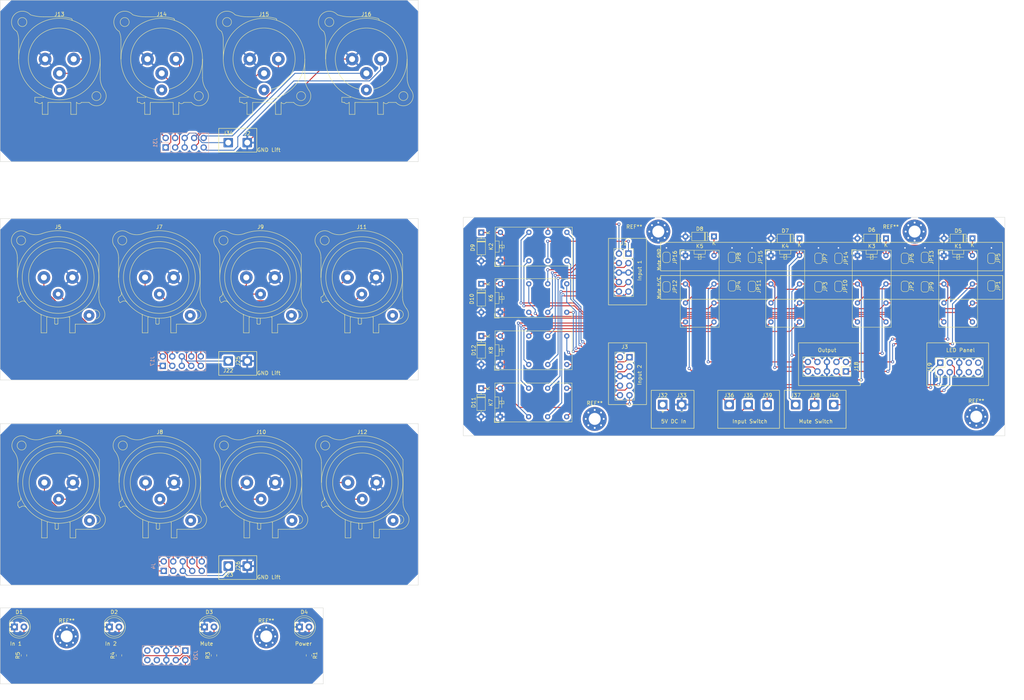
<source format=kicad_pcb>
(kicad_pcb (version 20221018) (generator pcbnew)
  (layers (0 "F.Cu" signal) (31 "B.Cu" signal) (34 "B.Paste" user) (35 "F.Paste" user) (36 "B.SilkS" user "B.Silkscreen") (37 "F.SilkS" user "F.Silkscreen") (38 "B.Mask" user) (39 "F.Mask" user) (44 "Edge.Cuts" user))
  (net 0 "")
  (net 1 "/Buttonpanel/Ground")
  (net 2 "Net-(D1-A)")
  (net 3 "Net-(D2-A)")
  (net 4 "Net-(D3-A)")
  (net 5 "Net-(D4-A)")
  (net 6 "/Mute F/Control")
  (net 7 "GND")
  (net 8 "/Switch F/Control")
  (net 9 "/Switch L/Hot 1 In")
  (net 10 "/Switch L/Cold 1 In")
  (net 11 "/Switch R/Hot 1 In")
  (net 12 "/Switch R/Cold 1 In")
  (net 13 "/Switch S/Hot 1 In")
  (net 14 "/Switch S/Cold 1 In")
  (net 15 "/Switch F/Hot 1 In")
  (net 16 "/Switch F/Cold 1 In")
  (net 17 "/Switch L/Hot 2 In")
  (net 18 "/Switch L/Cold 2 In")
  (net 19 "/Switch R/Hot 2 In")
  (net 20 "/Switch R/Cold 2 In")
  (net 21 "/Switch S/Hot 2 In")
  (net 22 "/Switch S/Cold 2 In")
  (net 23 "/Switch F/Hot 2 In")
  (net 24 "/Switch F/Cold 2 In")
  (net 25 "/XLR Input 2/Channel 1 Hot")
  (net 26 "/XLR Input 2/Channel 1 Cold")
  (net 27 "/XLR Input 2/Channel 2 Hot")
  (net 28 "/XLR Input 2/Channel 2 Cold")
  (net 29 "/XLR Input 2/GND_Lift")
  (net 30 "/XLR Input 2/Channel 3 Hot")
  (net 31 "/XLR Input 2/Channel 3 Cold")
  (net 32 "/XLR Input 2/Channel 4 Hot")
  (net 33 "/XLR Input 2/Channel 4 Cold")
  (net 34 "/XLR Input 1/Channel 1 Hot")
  (net 35 "/XLR Input 1/Channel 1 Cold")
  (net 38 "/XLR Input 1/Channel 2 Hot")
  (net 39 "/XLR Input 1/Channel 2 Cold")
  (net 42 "/XLR Input 1/Channel 3 Hot")
  (net 43 "/XLR Input 1/Channel 3 Cold")
  (net 46 "/XLR Input 1/Channel 4 Hot")
  (net 47 "/XLR Input 1/Channel 4 Cold")
  (net 50 "/XLR Output/Channel 1 Hot")
  (net 51 "/XLR Output/Channel 1 Cold")
  (net 53 "/XLR Output/Channel 2 Hot")
  (net 54 "/XLR Output/Channel 2 Cold")
  (net 56 "/XLR Output/Channel 3 Hot")
  (net 57 "/XLR Output/Channel 3 Cold")
  (net 59 "/XLR Output/Channel 4 Hot")
  (net 60 "/XLR Output/Channel 4 Cold")
  (net 62 "/XLR Input 1/GND_Lift")
  (net 63 "/Mute L/Out 1")
  (net 64 "/Mute L/Out 2")
  (net 65 "/Mute R/Out 1")
  (net 66 "/Mute R/Out 2")
  (net 67 "/Mute S/Out 1")
  (net 68 "/Mute S/Out 2")
  (net 69 "/Mute F/Out 1")
  (net 70 "/Mute F/Out 2")
  (net 71 "Net-(J19-Pin_1)")
  (net 72 "Net-(J19-Pin_3)")
  (net 73 "+5V")
  (net 78 "/Buttonpanel/G1LED")
  (net 79 "/Buttonpanel/G2LED")
  (net 80 "/Buttonpanel/MuteLED")
  (net 81 "/Buttonpanel/5V")
  (net 86 "/XLR Output/GND_Lift")
  (net 87 "Net-(JP1-B)")
  (net 88 "Net-(JP14-A)")
  (net 89 "Net-(JP15-A)")
  (net 90 "Net-(JP16-A)")
  (net 91 "Net-(JP5-B)")
  (net 92 "Net-(JP10-B)")
  (net 93 "Net-(JP11-B)")
  (net 94 "Net-(JP12-B)")
  (net 95 "/Mute L/In 1")
  (net 96 "/Mute L/In 2")
  (net 97 "/Mute R/In 1")
  (net 98 "/Mute R/In 2")
  (net 99 "/Mute S/In 1")
  (net 100 "/Mute S/In 2")
  (net 101 "/Mute F/In 1")
  (net 102 "/Mute F/In 2")
  (net 103 "/XLR Output/Pin1")
  (net 104 "/XLR Input 1/Pin1")
  (net 105 "/XLR Input 2/Pin1")
  (footprint "Resistor_SMD:R_0805_2012Metric" (layer "F.Cu") (at 19.05 187.96 90)
    (fp_text reference "R5")
    (fp_text value "160")
  )
  (footprint "Connector_Audio:Jack_XLR_Neutrik_NC3FAAV2_Vertical" (layer "F.Cu") (at 32.136 141.722)
    (fp_text reference "J6")
    (fp_text value "NC3FAAV2")
  )
  (footprint "Relay_THT:Relay_DPDT_Omron_G5V-2" (layer "F.Cu") (at 146.406 82.418 90)
    (fp_text reference "K2")
    (fp_text value "G5V-2")
  )
  (footprint "Connector_Wire:SolderWire-0.75sqmm_1x01_D1.25mm_OD2.3mm" (layer "F.Cu") (at 235.495 120.867)
    (fp_text reference "J40")
    (fp_text value "Conn_01x01_Socket")
  )
  (footprint "Jumper:SolderJumper-2_P1.3mm_Open_RoundedPad1.0x1.5mm" (layer "F.Cu") (at 231.431 81.751 -90)
    (fp_text reference "JP7")
    (fp_text value "SolderJumper_2_Open")
  )
  (footprint "Connector_Wire:SolderWire-0.75sqmm_1x01_D1.25mm_OD2.3mm" (layer "F.Cu") (at 73.66 109.22 90)
    (fp_text reference "J22")
    (fp_text value "Conn_01x01_Socket")
  )
  (footprint "Jumper:SolderJumper-2_P1.3mm_Open_RoundedPad1.0x1.5mm" (layer "F.Cu") (at 277.659 81.751 -90)
    (fp_text reference "JP5")
    (fp_text value "SolderJumper_2_Open")
  )
  (footprint "Connector_PinSocket_2.54mm:PinSocket_2x05_P2.54mm_Vertical" (layer "F.Cu") (at 180.631 80.481)
    (fp_text reference "J1")
    (fp_text value "Conn_02x05_Counter_Clockwise")
  )
  (footprint "Jumper:SolderJumper-2_P1.3mm_Open_RoundedPad1.0x1.5mm" (layer "F.Cu") (at 254.545 89.259 -90)
    (fp_text reference "JP2")
    (fp_text value "SolderJumper_2_Open")
  )
  (footprint "Relay_THT:Relay_DPDT_Omron_G5V-2" (layer "F.Cu") (at 241.845 80.989)
    (fp_text reference "K3")
    (fp_text value "G5V-2")
  )
  (footprint "LED_THT:LED_D5.0mm" (layer "F.Cu") (at 41.905 180.34)
    (fp_text reference "D2")
    (fp_text value "LED")
  )
  (footprint "Connector_Audio:Jack_XLR_Neutrik_NC3MAAV_Vertical" (layer "F.Cu") (at 79.42 28.448)
    (fp_text reference "J15")
    (fp_text value "NC3MAAH")
  )
  (footprint "Resistor_SMD:R_0805_2012Metric" (layer "F.Cu") (at 44.45 187.96 90)
    (fp_text reference "R4")
    (fp_text value "160")
  )
  (footprint "Jumper:SolderJumper-2_P1.3mm_Open_RoundedPad1.0x1.5mm" (layer "F.Cu") (at 259.879 81.497 90)
    (fp_text reference "JP13")
    (fp_text value "SolderJumper_2_Open")
  )
  (footprint "Connector_Audio:Jack_XLR_Neutrik_NC3FAAV2_Vertical" (layer "F.Cu") (at 86.104 86.868)
    (fp_text reference "J9")
    (fp_text value "NC3FAAV2")
  )
  (footprint "Diode_THT:D_DO-35_SOD27_P7.62mm_Horizontal" (layer "F.Cu") (at 203.491 75.909 180)
    (fp_text reference "D8")
    (fp_text value "1N4148")
  )
  (footprint "Jumper:SolderJumper-2_P1.3mm_Open_RoundedPad1.0x1.5mm" (layer "F.Cu") (at 259.879 89.371 -90)
    (fp_text reference "JP9")
    (fp_text value "SolderJumper_2_Open")
  )
  (footprint "Connector_Wire:SolderWire-0.75sqmm_1x01_D1.25mm_OD2.3mm" (layer "F.Cu") (at 217.715 120.867)
    (fp_text reference "J39")
    (fp_text value "Conn_01x01_Socket")
  )
  (footprint "Connector_Wire:SolderWire-0.75sqmm_1x01_D1.25mm_OD2.3mm" (layer "F.Cu") (at 78.74 50.8)
    (fp_text reference "J2")
    (fp_text value "Conn_01x01_Socket")
  )
  (footprint "MountingHole:MountingHole_3.2mm_M3_Pad_Via" (layer "F.Cu") (at 257.124052 74.5915)
    (fp_text reference "REF**")
    (fp_text value "MountingHole_3.2mm_M3_Pad_Via")
  )
  (footprint "MountingHole:MountingHole_3.2mm_M3_Pad_Via" (layer "F.Cu") (at 171.614052 124.7015)
    (fp_text reference "REF**")
    (fp_text value "MountingHole_3.2mm_M3_Pad_Via")
  )
  (footprint "Relay_THT:Relay_DPDT_Omron_G5V-2" (layer "F.Cu") (at 195.871 80.989)
    (fp_text reference "K5")
    (fp_text value "G5V-2")
  )
  (footprint "LED_THT:LED_D5.0mm" (layer "F.Cu") (at 16.505 180.34)
    (fp_text reference "D1")
    (fp_text value "LED")
  )
  (footprint "Jumper:SolderJumper-2_P1.3mm_Open_RoundedPad1.0x1.5mm" (layer "F.Cu") (at 254.545 81.751 -90)
    (fp_text reference "JP6")
    (fp_text value "SolderJumper_2_Open")
  )
  (footprint "Connector_PinSocket_2.54mm:PinSocket_2x05_P2.54mm_Vertical" (layer "F.Cu") (at 180.905 108.197)
    (fp_text reference "J3")
    (fp_text value "Conn_02x05_Counter_Clockwise")
  )
  (footprint "Connector_Audio:Jack_XLR_Neutrik_NC3FAAV2_Vertical" (layer "F.Cu") (at 59.054 86.868)
    (fp_text reference "J7")
    (fp_text value "NC3FAAV2")
  )
  (footprint "Relay_THT:Relay_DPDT_Omron_G5V-2" (layer "F.Cu") (at 146.3735 96.1815 90)
    (fp_text reference "K6")
    (fp_text value "G5V-2")
  )
  (footprint "Resistor_SMD:R_0805_2012Metric" (layer "F.Cu") (at 69.85 187.96 90)
    (fp_text reference "R3")
    (fp_text value "160")
  )
  (footprint "Connector_Wire:SolderWire-0.75sqmm_1x01_D1.25mm_OD2.3mm" (layer "F.Cu") (at 207.555 120.867)
    (fp_text reference "J36")
    (fp_text value "Conn_01x01_Socket")
  )
  (footprint "Jumper:SolderJumper-2_P1.3mm_Open_RoundedPad1.0x1.5mm" (layer "F.Cu") (at 190.791 89.371 -90)
    (fp_text reference "JP12")
    (fp_text value "SolderJumper_2_Open")
  )
  (footprint "Connector_Audio:Jack_XLR_Neutrik_NC3MAAV_Vertical" (layer "F.Cu") (at 52.07 28.448)
    (fp_text reference "J14")
    (fp_text value "NC3MAAH")
  )
  (footprint "Jumper:SolderJumper-2_P1.3mm_Open_RoundedPad1.0x1.5mm" (layer "F.Cu") (at 213.651 89.259 -90)
    (fp_text reference "JP11")
    (fp_text value "SolderJumper_2_Open")
  )
  (footprint "Connector_Wire:SolderWire-0.75sqmm_1x01_D1.25mm_OD2.3mm" (layer "F.Cu") (at 73.66 164.074 90)
    (fp_text reference "J23")
    (fp_text value "Conn_01x01_Socket")
  )
  (footprint "MountingHole:MountingHole_3.2mm_M3_Pad_Via" (layer "F.Cu") (at 30.48 182.88)
    (fp_text reference "REF**")
    (fp_text value "MountingHole_3.2mm_M3_Pad_Via")
  )
  (footprint "Connector_Audio:Jack_XLR_Neutrik_NC3FAAV2_Vertical" (layer "F.Cu") (at 113.154 86.868)
    (fp_text reference "J11")
    (fp_text value "NC3FAAV2")
  )
  (footprint "Connector_Wire:SolderWire-0.75sqmm_1x01_D1.25mm_OD2.3mm" (layer "F.Cu") (at 225.335 120.867)
    (fp_text reference "J37")
    (fp_text value "Conn_01x01_Socket")
  )
  (footprint "Jumper:SolderJumper-2_P1.3mm_Open_RoundedPad1.0x1.5mm" (layer "F.Cu") (at 190.791 81.497 90)
    (fp_text reference "JP16")
    (fp_text value "SolderJumper_2_Open")
  )
  (footprint "Diode_THT:D_DO-35_SOD27_P7.62mm_Horizontal" (layer "F.Cu") (at 249.465 76.417 180)
    (fp_text reference "D6")
    (fp_text value "1N4148")
  )
  (footprint "Connector_Wire:SolderWire-0.75sqmm_1x01_D1.25mm_OD2.3mm" (layer "F.Cu") (at 230.415 120.867)
    (fp_text reference "J38")
    (fp_text value "Conn_01x01_Socket")
  )
  (footprint "LED_THT:LED_D5.0mm" (layer "F.Cu") (at 92.705 180.34)
    (fp_text reference "D4")
    (fp_text value "LED")
  )
  (footprint "MountingHole:MountingHole_3.2mm_M3_Pad_Via" (layer "F.Cu") (at 83.82 182.88)
    (fp_text reference "REF**")
    (fp_text value "MountingHole_3.2mm_M3_Pad_Via")
  )
  (footprint "Jumper:SolderJumper-2_P1.3mm_Open_RoundedPad1.0x1.5mm" (layer "F.Cu") (at 231.431 89.371 -90)
    (fp_text reference "JP3")
    (fp_text value "SolderJumper_2_Open")
  )
  (footprint "Relay_THT:Relay_DPDT_Omron_G5V-2" (layer "F.Cu") (at 218.731 80.989)
    (fp_text reference "K4")
    (fp_text value "G5V-2")
  )
  (footprint "Connector_Wire:SolderWire-0.75sqmm_1x01_D1.25mm_OD2.3mm" (layer "F.Cu") (at 73.66 50.8)
    (fp_text reference "J34")
    (fp_text value "Conn_01x01_Socket")
  )
  (footprint "Connector_PinSocket_2.54mm:PinSocket_2x05_P2.54mm_Vertical" (layer "F.Cu") (at 263.973 109.671 90)
    (fp_text reference "J19")
    (fp_text value "Conn_02x05_Counter_Clockwise")
  )
  (footprint "Jumper:SolderJumper-2_P1.3mm_Open_RoundedPad1.0x1.5mm" (layer "F.Cu") (at 277.659 89.117 -90)
    (fp_text reference "JP1")
    (fp_text value "SolderJumper_2_Open")
  )
  (footprint "Connector_Audio:Jack_XLR_Neutrik_NC3FAAV2_Vertical" (layer "F.Cu") (at 86.236 141.722)
    (fp_text reference "J10")
    (fp_text value "NC3FAAV2")
  )
  (footprint "Connector_Audio:Jack_XLR_Neutrik_NC3FAAV2_Vertical" (layer "F.Cu") (at 59.186 141.722)
    (fp_text reference "J8")
    (fp_text value "NC3FAAV2")
  )
  (footprint "Jumper:SolderJumper-2_P1.3mm_Open_RoundedPad1.0x1.5mm" (layer "F.Cu") (at 208.317 81.497 -90)
    (fp_text reference "JP8")
    (fp_text value "SolderJumper_2_Open")
  )
  (footprint "Jumper:SolderJumper-2_P1.3mm_Open_RoundedPad1.0x1.5mm" (layer "F.Cu") (at 213.651 81.497 90)
    (fp_text reference "JP15")
    (fp_text value "SolderJumper_2_Open")
  )
  (footprint "Connector_Wire:SolderWire-0.75sqmm_1x01_D1.25mm_OD2.3mm" (layer "F.Cu") (at 212.635 120.867)
    (fp_text reference "J35")
    (fp_text value "Conn_01x01_Socket")
  )
  (footprint "MountingHole:MountingHole_3.2mm_M3_Pad_Via" (layer "F.Cu") (at 273.614052 124.1015)
    (fp_text reference "REF**")
    (fp_text value "MountingHole_3.2mm_M3_Pad_Via")
  )
  (footprint "Diode_THT:D_DO-35_SOD27_P7.62mm_Horizontal" (layer "F.Cu") (at 272.579 76.417 180)
    (fp_text reference "D5")
    (fp_text value "1N4148")
  )
  (footprint "Connector_Wire:SolderWire-0.75sqmm_1x01_D1.25mm_OD2.3mm" (layer "F.Cu") (at 189.775 120.867)
    (fp_text reference "J32")
    (fp_text value "Conn_01x01_Socket")
  )
  (footprint "Diode_THT:D_DO-35_SOD27_P7.62mm_Horizontal" (layer "F.Cu") (at 226.351 76.417 180)
    (fp_text reference "D7")
    (fp_text value "1N4148")
  )
  (footprint "Diode_THT:D_DO-35_SOD27_P7.62mm_Horizontal" (layer "F.Cu") (at 141.2935 74.8455 -90)
    (fp_text reference "D9")
    (fp_text value "1N4148")
  )
  (footprint "Relay_THT:Relay_DPDT_Omron_G5V-2" (layer "F.Cu") (at 264.959 80.989)
    (fp_text reference "K1")
    (fp_text value "G5V-2")
  )
  (footprint "Connector_Audio:Jack_XLR_Neutrik_NC3MAAV_Vertical" (layer "F.Cu") (at 106.77 28.448)
    (fp_text reference "J16")
    (fp_text value "NC3MAAH")
  )
  (footprint "Jumper:SolderJumper-2_P1.3mm_Open_RoundedPad1.0x1.5mm" (layer "F.Cu") (at 208.317 89.117 -90)
    (fp_text reference "JP4")
    (fp_text value "SolderJumper_2_Open")
  )
  (footprint "Jumper:SolderJumper-2_P1.3mm_Open_RoundedPad1.0x1.5mm" (layer "F.Cu") (at 236.765 81.751 90)
    (fp_text reference "JP14")
    (fp_text value "SolderJumper_2_Open")
  )
  (footprint "Diode_THT:D_DO-35_SOD27_P7.62mm_Horizontal" (layer "F.Cu") (at 141.2935 88.5615 -90)
    (fp_text reference "D10")
    (fp_text value "1N4148")
  )
  (footprint "Connector_Audio:Jack_XLR_Neutrik_NC3FAAV2_Vertical" (layer "F.Cu") (at 113.286 141.722)
    (fp_text reference "J12")
    (fp_text value "NC3FAAV2")
  )
  (footprint "Resistor_SMD:R_0805_2012Metric" (layer "F.Cu") (at 95.25 187.96 -90)
    (fp_text reference "R1")
    (fp_text value "160")
  )
  (footprint "Jumper:SolderJumper-2_P1.3mm_Open_RoundedPad1.0x1.5mm" (layer "F.Cu") (at 236.765 89.259 -90)
    (fp_text reference "JP10")
    (fp_text value "SolderJumper_2_Open")
  )
  (footprint "Diode_THT:D_DO-35_SOD27_P7.62mm_Horizontal" (layer "F.Cu") (at 141.2935 102.5315 -90)
    (fp_text reference "D12")
    (fp_text value "1N4148")
  )
  (footprint "LED_THT:LED_D5.0mm" (layer "F.Cu") (at 67.305 180.34)
    (fp_text reference "D3")
    (fp_text value "LED")
  )
  (footprint "Relay_THT:Relay_DPDT_Omron_G5V-2" (layer "F.Cu") (at 146.341 124.1215 90)
    (fp_text reference "K7")
    (fp_text value "G5V-2")
  )
  (footprint "Connector_Audio:Jack_XLR_Neutrik_NC3MAAV_Vertical" (layer "F.Cu") (at 24.72 28.448)
    (fp_text reference "J13")
    (fp_text value "NC3MAAH")
  )
  (footprint "Connector_Wire:SolderWire-0.75sqmm_1x01_D1.25mm_OD2.3mm" (layer "F.Cu") (at 194.855 120.867)
    (fp_text reference "J33")
    (fp_text value "Conn_01x01_Socket")
  )
  (footprint "Connector_PinSocket_2.54mm:PinSocket_2x05_P2.54mm_Vertical" (layer "F.Cu") (at 238.767 111.997 -90)
    (fp_text reference "J18")
    (fp_text value "Conn_02x05_Counter_Clockwise")
  )
  (footprint "Connector_Wire:SolderWire-0.75sqmm_1x01_D1.25mm_OD2.3mm" (layer "F.Cu") (at 78.74 109.22 90)
    (fp_text reference "J25")
    (fp_text value "Conn_01x01_Socket")
  )
  (footprint "MountingHole:MountingHole_3.2mm_M3_Pad_Via" (layer "F.Cu") (at 188.614052 74.5915)
    (fp_text reference "REF**")
    (fp_text value "MountingHole_3.2mm_M3_Pad_Via")
  )
  (footprint "Diode_THT:D_DO-35_SOD27_P7.62mm_Horizontal" (layer "F.Cu") (at 141.261 116.5015 -90)
    (fp_text reference "D11")
    (fp_text value "1N4148")
  )
  (footprint "Connector_Wire:SolderWire-0.75sqmm_1x01_D1.25mm_OD2.3mm" (layer "F.Cu") (at 78.74 164.074 90)
    (fp_text reference "J26")
    (fp_text value "Conn_01x01_Socket")
  )
  (footprint "Relay_THT:Relay_DPDT_Omron_G5V-2" (layer "F.Cu") (at 146.3735 110.1515 90)
    (fp_text reference "K8")
    (fp_text value "G5V-2")
  )
  (footprint "Connector_Audio:Jack_XLR_Neutrik_NC3FAAV2_Vertical" (layer "F.Cu") (at 32.004 86.868)
    (fp_text reference "J5")
    (fp_text value "NC3FAAV2")
  )
  (footprint "Connector_PinSocket_2.54mm:PinSocket_2x05_P2.54mm_Vertical" (layer "B.Cu") (at 62.2 186.67 90)
    (fp_text reference "J20")
    (fp_text value "Conn_02x05_Counter_Clockwise")
  )
  (footprint "Connector_PinSocket_2.54mm:PinSocket_2x05_P2.54mm_Vertical" (layer "B.Cu") (at 56.926 52.09 -90)
    (fp_text reference "J31")
    (fp_text value "Conn_02x05_Counter_Clockwise")
  )
  (footprint "Connector_PinSocket_2.54mm:PinSocket_2x05_P2.54mm_Vertical" (layer "B.Cu") (at 56.164 110.51 -90)
    (fp_text reference "J17")
    (fp_text value "Conn_02x05_Counter_Clockwise")
  )
  (footprint "Connector_PinSocket_2.54mm:PinSocket_2x05_P2.54mm_Vertical" (layer "B.Cu") (at 56.418 165.364 -90)
    (fp_text reference "J4")
    (fp_text value "Conn_02x05_Counter_Clockwise")
  )
  (gr_rect (start 71.12 161.29) (end 81.28 167.64) (stroke (width 0.15)) (fill none) (layer "F.SilkS"))
  (gr_rect (start 189.23 86.36) (end 280.67 92.71) (stroke (width 0.15)) (fill none) (layer "F.SilkS"))
  (gr_rect (start 198.157 117.057) (end 186.727 127.217) (stroke (width 0.15)) (fill none) (layer "F.SilkS"))
  (gr_rect (start 238.797 117.057) (end 222.287 127.217) (stroke (width 0.15)) (fill none) (layer "F.SilkS"))
  (gr_rect (start 71.12 46.99) (end 81.28 53.34) (stroke (width 0.15)) (fill none) (layer "F.SilkS"))
  (gr_rect (start 189.23 77.47) (end 280.67 85.09) (stroke (width 0.15)) (fill none) (layer "F.SilkS"))
  (gr_rect (start 185.457 76.417) (end 175.297 94.197) (stroke (width 0.15)) (fill none) (layer "F.SilkS"))
  (gr_rect (start 71.12 106.68) (end 81.28 113.03) (stroke (width 0.15)) (fill none) (layer "F.SilkS"))
  (gr_rect (start 276.897 104.357) (end 260.387 115.787) (stroke (width 0.15)) (fill none) (layer "F.SilkS"))
  (gr_rect (start 221.017 117.057) (end 204.507 127.217) (stroke (width 0.15)) (fill none) (layer "F.SilkS"))
  (gr_rect (start 242.607 104.357) (end 226.097 115.787) (stroke (width 0.15)) (fill none) (layer "F.SilkS"))
  (gr_rect (start 185.457 104.357) (end 175.297 120.867) (stroke (width 0.15)) (fill none) (layer "F.SilkS"))
  (gr_rect (start 12.7 125.974) (end 124.46 169.154) (stroke (width 0.1)) (fill none) (layer "Edge.Cuts"))
  (gr_rect (start 12.7 12.7) (end 124.46 55.88) (stroke (width 0.1)) (fill none) (layer "Edge.Cuts"))
  (gr_rect (start 12.7 175.26) (end 99.06 195.58) (stroke (width 0.1)) (fill none) (layer "Edge.Cuts"))
  (gr_rect (start 12.7 71.12) (end 124.46 114.3) (stroke (width 0.1)) (fill none) (layer "Edge.Cuts"))
  (gr_rect (start 281.254052 70.7815) (end 136.474052 129.2015) (stroke (width 0.1)) (fill none) (layer "Edge.Cuts"))
  (gr_text "In 2" (at 40.64 185.42) (layer "F.SilkS") (effects (font (size 1 1)) (justify left bottom)))
  (gr_text "Mute GND" (at 189.23 85.09 90) (layer "F.SilkS") (effects (font (size 0.8 0.8)) (justify left bottom)))
  (gr_text "Mute H/C" (at 189.23 92.71 90) (layer "F.SilkS") (effects (font (size 0.8 0.8)) (justify left bottom)))
  (gr_text "Input 2" (at 184.187 115.787 90) (layer "F.SilkS") (effects (font (size 1 1)) (justify left bottom)))
  (gr_text "LED Panel" (at 265.467 106.897) (layer "F.SilkS") (effects (font (size 1 1)) (justify left bottom)))
  (gr_text "Mute" (at 66.04 185.42) (layer "F.SilkS") (effects (font (size 1 1)) (justify left bottom)))
  (gr_text "Output" (at 231.177 106.897) (layer "F.SilkS") (effects (font (size 1 1)) (justify left bottom)))
  (gr_text "Input 1" (at 184.187 87.847 90) (layer "F.SilkS") (effects (font (size 1 1)) (justify left bottom)))
  (gr_text "-" (at 194.31 123.19) (layer "F.SilkS") (effects (font (size 0.8 0.8)) (justify left bottom)))
  (gr_text "GND Lift" (at 81.28 53.34) (layer "F.SilkS") (effects (font (size 1 1)) (justify left bottom)))
  (gr_text "Mute Switch" (at 226.097 125.947) (layer "F.SilkS") (effects (font (size 1 1)) (justify left bottom)))
  (gr_text "Input Switch" (at 208.317 125.947) (layer "F.SilkS") (effects (font (size 1 1)) (justify left bottom)))
  (gr_text "+" (at 189.23 123.19) (layer "F.SilkS") (effects (font (size 0.8 0.8)) (justify left bottom)))
  (gr_text "In 1" (at 15.24 185.42) (layer "F.SilkS") (effects (font (size 1 1)) (justify left bottom)))
  (gr_text "Power" (at 91.44 185.42) (layer "F.SilkS") (effects (font (size 1 1)) (justify left bottom)))
  (gr_text "GND Lift" (at 81.28 167.64) (layer "F.SilkS") (effects (font (size 1 1)) (justify left bottom)))
  (gr_text "GND Lift" (at 81.28 113.03) (layer "F.SilkS") (effects (font (size 1 1)) (justify left bottom)))
  (gr_text "5V DC In" (at 189.267 125.947) (layer "F.SilkS") (effects (font (size 1 1)) (justify left bottom)))
  (segment (start 19.05 187.0475) (end 19.045 187.0425) (width 0.25) (layer "F.Cu") (net 2))
  (segment (start 19.045 187.0425) (end 19.045 180.34) (width 0.25) (layer "F.Cu") (net 2))
  (segment (start 44.445 187.0425) (end 44.445 180.34) (width 0.25) (layer "F.Cu") (net 3))
  (segment (start 44.45 187.0475) (end 44.445 187.0425) (width 0.25) (layer "F.Cu") (net 3))
  (segment (start 69.845 187.0425) (end 69.85 187.0475) (width 0.25) (layer "F.Cu") (net 4))
  (segment (start 69.845 180.34) (end 69.845 187.0425) (width 0.25) (layer "F.Cu") (net 4))
  (segment (start 95.245 187.0425) (end 95.245 180.34) (width 0.25) (layer "F.Cu") (net 5))
  (segment (start 95.25 187.0475) (end 95.245 187.0425) (width 0.25) (layer "F.Cu") (net 5))
  (segment (start 229.108 78.232) (end 246.708 78.232) (width 0.25) (layer "F.Cu") (net 6))
  (segment (start 226.351 80.989) (end 229.108 78.232) (width 0.25) (layer "F.Cu") (net 6))
  (segment (start 272.579 76.417) (end 272.579 80.989) (width 0.25) (layer "F.Cu") (net 6))
  (segment (start 226.351 76.417) (end 226.351 80.989) (width 0.25) (layer "F.Cu") (net 6))
  (segment (start 252.222 78.232) (end 269.822 78.232) (width 0.25) (layer "F.Cu") (net 6))
  (segment (start 203.491 80.989) (end 206.248 78.232) (width 0.25) (layer "F.Cu") (net 6))
  (segment (start 203.491 75.909) (end 203.491 80.989) (width 0.25) (layer "F.Cu") (net 6))
  (segment (start 223.594 78.232) (end 226.351 80.989) (width 0.25) (layer "F.Cu") (net 6))
  (segment (start 249.465 80.989) (end 252.222 78.232) (width 0.25) (layer "F.Cu") (net 6))
  (segment (start 249.465 76.417) (end 249.465 80.989) (width 0.25) (layer "F.Cu") (net 6))
  (segment (start 206.248 78.232) (end 223.594 78.232) (width 0.25) (layer "F.Cu") (net 6))
  (segment (start 246.708 78.232) (end 249.465 80.989) (width 0.25) (layer "F.Cu") (net 6))
  (segment (start 269.822 78.232) (end 272.579 80.989) (width 0.25) (layer "F.Cu") (net 6))
  (segment (start 226.351 80.989) (end 223.594 83.746) (width 0.25) (layer "B.Cu") (net 6))
  (segment (start 223.594 119.126) (end 225.335 120.867) (width 0.25) (layer "B.Cu") (net 6))
  (segment (start 223.594 83.746) (end 223.594 119.126) (width 0.25) (layer "B.Cu") (net 6))
  (segment (start 231.431 81.101) (end 231.431 78.957) (width 0.25) (layer "F.Cu") (net 7))
  (segment (start 213.651 80.847) (end 213.651 78.957) (width 0.25) (layer "F.Cu") (net 7))
  (segment (start 277.659 81.101) (end 277.659 78.957) (width 0.25) (layer "F.Cu") (net 7))
  (segment (start 190.791 80.847) (end 190.791 78.957) (width 0.25) (layer "F.Cu") (net 7))
  (segment (start 236.765 81.101) (end 236.765 78.957) (width 0.25) (layer "F.Cu") (net 7))
  (segment (start 254.545 81.101) (end 254.545 78.957) (width 0.25) (layer "F.Cu") (net 7))
  (segment (start 259.879 80.847) (end 259.879 78.957) (width 0.25) (layer "F.Cu") (net 7))
  (segment (start 208.317 80.847) (end 208.317 78.957) (width 0.25) (layer "F.Cu") (net 7))
  (via (at 254.545 78.957) (size 0.8) (drill 0.4) (layers "F.Cu" "B.Cu") (net 7))
  (via (at 208.317 78.957) (size 0.8) (drill 0.4) (layers "F.Cu" "B.Cu") (net 7))
  (via (at 190.791 78.957) (size 0.8) (drill 0.4) (layers "F.Cu" "B.Cu") (net 7))
  (via (at 231.431 78.957) (size 0.8) (drill 0.4) (layers "F.Cu" "B.Cu") (net 7))
  (via (at 277.659 78.957) (size 0.8) (drill 0.4) (layers "F.Cu" "B.Cu") (net 7))
  (via (at 213.651 78.957) (size 0.8) (drill 0.4) (layers "F.Cu" "B.Cu") (net 7))
  (via (at 236.765 78.957) (size 0.8) (drill 0.4) (layers "F.Cu" "B.Cu") (net 7))
  (via (at 259.879 78.957) (size 0.8) (drill 0.4) (layers "F.Cu" "B.Cu") (net 7))
  (segment (start 146.341 116.5015) (end 151.4685 121.629) (width 0.25) (layer "F.Cu") (net 8))
  (segment (start 147.3985 101.5065) (end 146.3735 102.5315) (width 0.25) (layer "F.Cu") (net 8))
  (segment (start 204.761 118.073) (end 207.555 120.867) (width 0.25) (layer "F.Cu") (net 8))
  (segment (start 212.889 115.533) (end 263.435 115.533) (width 0.25) (layer "F.Cu") (net 8))
  (segment (start 207.555 120.867) (end 212.889 115.533) (width 0.25) (layer "F.Cu") (net 8))
  (segment (start 147.431 75.823) (end 147.431 87.504) (width 0.25) (layer "F.Cu") (net 8))
  (segment (start 185.8605 119.7015) (end 187.489 118.073) (width 0.25) (layer "F.Cu") (net 8))
  (segment (start 146.406 74.798) (end 147.431 75.823) (width 0.25) (layer "F.Cu") (net 8))
  (segment (start 141.2935 74.8455) (end 146.3585 74.8455) (width 0.25) (layer "F.Cu") (net 8))
  (segment (start 141.261 116.5015) (end 146.341 116.5015) (width 0.25) (layer "F.Cu") (net 8))
  (segment (start 187.489 118.073) (end 204.761 118.073) (width 0.25) (layer "F.Cu") (net 8))
  (segment (start 141.2935 88.5615) (end 146.3735 88.5615) (width 0.25) (layer "F.Cu") (net 8))
  (segment (start 147.3985 103.5565) (end 147.3985 115.444) (width 0.25) (layer "F.Cu") (net 8))
  (segment (start 151.4685 121.629) (end 165.686552 121.629) (width 0.25) (layer "F.Cu") (net 8))
  (segment (start 165.686552 121.629) (end 167.614052 119.7015) (width 0.25) (layer "F.Cu") (net 8))
  (segment (start 147.3985 89.5865) (end 147.3985 101.5065) (width 0.25) (layer "F.Cu") (net 8))
  (segment (start 146.3735 102.5315) (end 147.3985 103.5565) (width 0.25) (layer "F.Cu") (net 8))
  (segment (start 146.3585 74.8455) (end 146.406 74.798) (width 0.25) (layer "F.Cu") (net 8))
  (segment (start 167.614052 119.7015) (end 185.8605 119.7015) (width 0.25) (layer "F.Cu") (net 8))
  (segment (start 141.2935 102.5315) (end 146.3735 102.5315) (width 0.25) (layer "F.Cu") (net 8))
  (segment (start 147.431 87.504) (end 146.3735 88.5615) (width 0.25) (layer "F.Cu") (net 8))
  (segment (start 146.3735 88.5615) (end 147.3985 89.5865) (width 0.25) (layer "F.Cu") (net 8))
  (segment (start 147.3985 115.444) (end 146.341 116.5015) (width 0.25) (layer "F.Cu") (net 8))
  (via (at 263.435 115.533) (size 0.8) (drill 0.4) (layers "F.Cu" "B.Cu") (net 8))
  (segment (start 263.435 115.533) (end 263.973 114.995) (width 0.25) (layer "B.Cu") (net 8))
  (segment (start 263.973 114.995) (end 263.973 112.211) (width 0.25) (layer "B.Cu") (net 8))
  (segment (start 159.041 77.179) (end 180.631 77.179) (width 0.25) (layer "F.Cu") (net 9))
  (via (at 159.041 77.179) (size 0.8) (drill 0.4) (layers "F.Cu" "B.Cu") (net 9))
  (via (at 180.631 77.179) (size 0.8) (drill 0.4) (layers "F.Cu" "B.Cu") (net 9))
  (segment (start 180.631 77.179) (end 180.631 80.481) (width 0.25) (layer "B.Cu") (net 9))
  (segment (start 159.106 82.418) (end 159.106 77.244) (width 0.25) (layer "B.Cu") (net 9))
  (segment (start 159.106 77.244) (end 159.041 77.179) (width 0.25) (layer "B.Cu") (net 9))
  (segment (start 159.106 73.304) (end 159.106 74.798) (width 0.25) (layer "F.Cu") (net 10))
  (segment (start 159.803 72.607) (end 159.106 73.304) (width 0.25) (layer "F.Cu") (net 10))
  (segment (start 178.091 72.607) (end 159.803 72.607) (width 0.25) (layer "F.Cu") (net 10))
  (via (at 178.091 72.607) (size 0.8) (drill 0.4) (layers "F.Cu" "B.Cu") (net 10))
  (segment (start 178.091 72.607) (end 178.091 80.481) (width 0.25) (layer "B.Cu") (net 10))
  (segment (start 166.788 84.164) (end 166.82 84.196) (width 0.25) (layer "F.Cu") (net 11))
  (segment (start 165.391 85.561) (end 166.788 84.164) (width 0.25) (layer "F.Cu") (net 11))
  (segment (start 160.311 85.616245) (end 160.366245 85.561) (width 0.25) (layer "F.Cu") (net 11))
  (segment (start 179.456 84.196) (end 180.631 83.021) (width 0.25) (layer "F.Cu") (net 11))
  (segment (start 166.82 84.196) (end 179.456 84.196) (width 0.25) (layer "F.Cu") (net 11))
  (segment (start 160.366245 85.561) (end 165.391 85.561) (width 0.25) (layer "F.Cu") (net 11))
  (via (at 160.311 85.616245) (size 0.8) (drill 0.4) (layers "F.Cu" "B.Cu") (net 11))
  (segment (start 160.311 94.944) (end 159.0735 96.1815) (width 0.25) (layer "B.Cu") (net 11))
  (segment (start 160.311 85.616245) (end 160.311 94.944) (width 0.25) (layer "B.Cu") (net 11))
  (segment (start 159.0735 84.8315) (end 159.106 84.799) (width 0.25) (layer "F.Cu") (net 12))
  (segment (start 159.106 84.799) (end 165.137 84.799) (width 0.25) (layer "F.Cu") (net 12))
  (segment (start 165.137 84.799) (end 166.915 83.021) (width 0.25) (layer "F.Cu") (net 12))
  (segment (start 166.915 83.021) (end 178.091 83.021) (width 0.25) (layer "F.Cu") (net 12))
  (via (at 159.0735 84.8315) (size 0.8) (drill 0.4) (layers "F.Cu" "B.Cu") (net 12))
  (segment (start 159.0735 84.8315) (end 159.0735 88.5615) (width 0.25) (layer "B.Cu") (net 12))
  (segment (start 177.604299 89.276) (end 179.456 89.276) (width 0.25) (layer "F.Cu") (net 13))
  (segment (start 179.456 89.276) (end 180.631 88.101) (width 0.25) (layer "F.Cu") (net 13))
  (segment (start 175.375799 87.0475) (end 177.604299 89.276) (width 0.25) (layer "F.Cu") (net 13))
  (segment (start 161.835 87.085) (end 161.8725 87.0475) (width 0.25) (layer "F.Cu") (net 13))
  (segment (start 161.8725 87.0475) (end 175.375799 87.0475) (width 0.25) (layer "F.Cu") (net 13))
  (via (at 161.835 87.085) (size 0.8) (drill 0.4) (layers "F.Cu" "B.Cu") (net 13))
  (segment (start 161.835 87.085) (end 161.835 107.39) (width 0.25) (layer "B.Cu") (net 13))
  (segment (start 161.835 107.39) (end 159.0735 110.1515) (width 0.25) (layer "B.Cu") (net 13))
  (segment (start 176.313 86.323) (end 178.091 88.101) (width 0.25) (layer "F.Cu") (net 14))
  (segment (start 161.073 86.323) (end 176.313 86.323) (width 0.25) (layer "F.Cu") (net 14))
  (via (at 161.073 86.323) (size 0.8) (drill 0.4) (layers "F.Cu" "B.Cu") (net 14))
  (segment (start 161.073 86.323) (end 161.073 100.532) (width 0.25) (layer "B.Cu") (net 14))
  (segment (start 161.073 100.532) (end 159.0735 102.5315) (width 0.25) (layer "B.Cu") (net 14))
  (segment (start 163.151424 91.472636) (end 163.494788 91.816) (width 0.25) (layer "F.Cu") (net 15))
  (segment (start 163.494788 91.816) (end 179.456 91.816) (width 0.25) (layer "F.Cu") (net 15))
  (segment (start 179.456 91.816) (end 180.631 90.641) (width 0.25) (layer "F.Cu") (net 15))
  (via (at 163.151424 91.472636) (size 0.8) (drill 0.4) (layers "F.Cu" "B.Cu") (net 15))
  (segment (start 162.793 91.83106) (end 163.151424 91.472636) (width 0.25) (layer "B.Cu") (net 15))
  (segment (start 162.793 120.3695) (end 162.793 91.83106) (width 0.25) (layer "B.Cu") (net 15))
  (segment (start 159.041 124.1215) (end 162.793 120.3695) (width 0.25) (layer "B.Cu") (net 15))
  (segment (start 162.597 90.641) (end 178.091 90.641) (width 0.25) (layer "F.Cu") (net 16))
  (via (at 162.597 90.641) (size 0.8) (drill 0.4) (layers "F.Cu" "B.Cu") (net 16))
  (segment (start 162.597 90.641) (end 162.343 90.895) (width 0.25) (layer "B.Cu") (net 16))
  (segment (start 162.343 90.895) (end 162.343 113.1995) (width 0.25) (layer "B.Cu") (net 16))
  (segment (start 162.343 113.1995) (end 159.041 116.5015) (width 0.25) (layer "B.Cu") (net 16))
  (segment (start 179.665 109.437) (end 180.905 108.197) (width 0.25) (layer "F.Cu") (net 17))
  (segment (start 167.677 104.865) (end 172.184 109.372) (width 0.25) (layer "F.Cu") (net 17))
  (segment (start 175.232 109.372) (end 175.297 109.437) (width 0.25) (layer "F.Cu") (net 17))
  (segment (start 172.184 109.372) (end 175.232 109.372) (width 0.25) (layer "F.Cu") (net 17))
  (segment (start 175.297 109.437) (end 179.665 109.437) (width 0.25) (layer "F.Cu") (net 17))
  (via (at 167.677 104.865) (size 0.8) (drill 0.4) (layers "F.Cu" "B.Cu") (net 17))
  (segment (start 167.423 94.876) (end 167.423 104.611) (width 0.25) (layer "B.Cu") (net 17))
  (segment (start 165.1785 83.4105) (end 165.1785 92.6315) (width 0.25) (layer "B.Cu") (net 17))
  (segment (start 164.186 82.418) (end 165.1785 83.4105) (width 0.25) (layer "B.Cu") (net 17))
  (segment (start 167.423 104.611) (end 167.677 104.865) (width 0.25) (layer "B.Cu") (net 17))
  (segment (start 165.1785 92.6315) (end 167.423 94.876) (width 0.25) (layer "B.Cu") (net 17))
  (segment (start 168.439 104.103) (end 172.533 108.197) (width 0.25) (layer "F.Cu") (net 18))
  (segment (start 172.533 108.197) (end 178.365 108.197) (width 0.25) (layer "F.Cu") (net 18))
  (via (at 168.439 104.103) (size 0.8) (drill 0.4) (layers "F.Cu" "B.Cu") (net 18))
  (segment (start 167.931 94.705) (end 167.931 103.595) (width 0.25) (layer "B.Cu") (net 18))
  (segment (start 165.899 76.511) (end 165.899 92.673) (width 0.25) (layer "B.Cu") (net 18))
  (segment (start 165.899 92.673) (end 167.931 94.705) (width 0.25) (layer "B.Cu") (net 18))
  (segment (start 164.186 74.798) (end 165.899 76.511) (width 0.25) (layer "B.Cu") (net 18))
  (segment (start 167.931 103.595) (end 168.439 104.103) (width 0.25) (layer "B.Cu") (net 18))
  (segment (start 165.8515 96.1815) (end 164.1535 96.1815) (width 0.25) (layer "F.Cu") (net 19))
  (segment (start 172.628 112.102) (end 179.54 112.102) (width 0.25) (layer "F.Cu") (net 19))
  (segment (start 179.54 112.102) (end 180.905 110.737) (width 0.25) (layer "F.Cu") (net 19))
  (segment (start 167.169 106.643) (end 172.628 112.102) (width 0.25) (layer "F.Cu") (net 19))
  (segment (start 165.899 96.229) (end 165.8515 96.1815) (width 0.25) (layer "F.Cu") (net 19))
  (segment (start 165.899 106.643) (end 167.169 106.643) (width 0.25) (layer "F.Cu") (net 19))
  (via (at 165.899 96.229) (size 0.8) (drill 0.4) (layers "F.Cu" "B.Cu") (net 19))
  (via (at 165.899 106.643) (size 0.8) (drill 0.4) (layers "F.Cu" "B.Cu") (net 19))
  (segment (start 165.899 96.229) (end 165.899 106.643) (width 0.25) (layer "B.Cu") (net 19))
  (segment (start 167.607364 105.811364) (end 172.533 110.737) (width 0.25) (layer "F.Cu") (net 20))
  (segment (start 166.6235 105.811364) (end 167.607364 105.811364) (width 0.25) (layer "F.Cu") (net 20))
  (segment (start 172.533 110.737) (end 178.365 110.737) (width 0.25) (layer "F.Cu") (net 20))
  (via (at 166.6235 105.811364) (size 0.8) (drill 0.4) (layers "F.Cu" "B.Cu") (net 20))
  (segment (start 164.121 88.594) (end 164.1535 88.5615) (width 0.25) (layer "B.Cu") (net 20))
  (segment (start 166.661 95.965695) (end 164.121 93.425695) (width 0.25) (layer "B.Cu") (net 20))
  (segment (start 166.6235 105.811364) (end 166.661 105.773864) (width 0.25) (layer "B.Cu") (net 20))
  (segment (start 164.121 93.425695) (end 164.121 88.594) (width 0.25) (layer "B.Cu") (net 20))
  (segment (start 166.661 105.773864) (end 166.661 95.965695) (width 0.25) (layer "B.Cu") (net 20))
  (segment (start 164.1535 110.1515) (end 169.1535 110.1515) (width 0.25) (layer "F.Cu") (net 21))
  (segment (start 169.1535 110.1515) (end 175.994 116.992) (width 0.25) (layer "F.Cu") (net 21))
  (segment (start 179.73 116.992) (end 180.905 115.817) (width 0.25) (layer "F.Cu") (net 21))
  (segment (start 175.994 116.992) (end 179.73 116.992) (width 0.25) (layer "F.Cu") (net 21))
  (segment (start 167.297396 107.659) (end 175.455396 115.817) (width 0.25) (layer "F.Cu") (net 22))
  (segment (start 164.629 106.897) (end 165.391 107.659) (width 0.25) (layer "F.Cu") (net 22))
  (segment (start 175.455396 115.817) (end 178.365 115.817) (width 0.25) (layer "F.Cu") (net 22))
  (segment (start 165.391 107.659) (end 167.297396 107.659) (width 0.25) (layer "F.Cu") (net 22))
  (via (at 164.629 106.897) (size 0.8) (drill 0.4) (layers "F.Cu" "B.Cu") (net 22))
  (segment (start 164.1535 106.4215) (end 164.1535 102.5315) (width 0.25) (layer "B.Cu") (net 22))
  (segment (start 164.629 106.897) (end 164.1535 106.4215) (width 0.25) (layer "B.Cu") (net 22))
  (segment (start 167.541 120.7015) (end 164.121 124.1215) (width 0.25) (layer "F.Cu") (net 23))
  (segment (start 180.905 120.7015) (end 167.541 120.7015) (width 0.25) (layer "F.Cu") (net 23))
  (via (at 180.905 120.7015) (size 0.8) (drill 0.4) (layers "F.Cu" "B.Cu") (net 23))
  (segment (start 180.905 120.7015) (end 180.905 118.357) (width 0.25) (layer "B.Cu") (net 23))
  (segment (start 164.121 116.5015) (end 174.867104 116.5015) (width 0.25) (layer "F.Cu") (net 24))
  (segment (start 176.722604 118.357) (end 178.365 118.357) (width 0.25) (layer "F.Cu") (net 24))
  (segment (start 174.867104 116.5015) (end 176.722604 118.357) (width 0.25) (layer "F.Cu") (net 24))
  (segment (start 24.516 141.722) (end 24.516 144.87223) (width 0.25) (layer "F.Cu") (net 25))
  (segment (start 29.23977 149.596) (end 37.592 149.596) (width 0.25) (layer "F.Cu") (net 25))
  (segment (start 53.36 165.364) (end 56.418 165.364) (width 0.25) (layer "F.Cu") (net 25))
  (segment (start 24.516 144.87223) (end 29.23977 149.596) (width 0.25) (layer "F.Cu") (net 25))
  (segment (start 37.592 149.596) (end 53.36 165.364) (width 0.25) (layer "F.Cu") (net 25))
  (segment (start 37.216 146.172) (end 53.868 162.824) (width 0.25) (layer "F.Cu") (net 26))
  (segment (start 53.868 162.824) (end 56.418 162.824) (width 0.25) (layer "F.Cu") (net 26))
  (segment (start 28.326 146.172) (end 37.216 146.172) (width 0.25) (layer "F.Cu") (net 26))
  (segment (start 51.566 150.362) (end 57.783 156.579) (width 0.25) (layer "F.Cu") (net 27))
  (segment (start 57.783 156.579) (end 57.783 164.189) (width 0.25) (layer "F.Cu") (net 27))
  (segment (start 51.566 141.722) (end 51.566 150.362) (width 0.25) (layer "F.Cu") (net 27))
  (segment (start 57.783 164.189) (end 58.958 165.364) (width 0.25) (layer "F.Cu") (net 27))
  (segment (start 58.958 162.824) (end 58.958 149.754) (width 0.25) (layer "F.Cu") (net 28))
  (segment (start 58.958 149.754) (end 55.376 146.172) (width 0.25) (layer "F.Cu") (net 28))
  (segment (start 73.66 165.09) (end 73.66 164.074) (width 0.25) (layer "B.Cu") (net 29))
  (segment (start 61.498 165.364) (end 62.748 166.614) (width 0.25) (layer "B.Cu") (net 29))
  (segment (start 72.136 166.614) (end 73.66 165.09) (width 0.25) (layer "B.Cu") (net 29))
  (segment (start 61.498 165.364) (end 61.498 162.824) (width 0.25) (layer "B.Cu") (net 29))
  (segment (start 62.748 166.614) (end 72.136 166.614) (width 0.25) (layer "B.Cu") (net 29))
  (segment (start 62.673 157.665) (end 62.673 163.999) (width 0.25) (layer "F.Cu") (net 30))
  (segment (start 78.616 141.722) (end 62.673 157.665) (width 0.25) (layer "F.Cu") (net 30))
  (segment (start 62.673 163.999) (end 64.038 165.364) (width 0.25) (layer "F.Cu") (net 30))
  (segment (start 82.426 146.172) (end 77.592 146.172) (width 0.25) (layer "F.Cu") (net 31))
  (segment (start 77.592 146.172) (end 64.038 159.726) (width 0.25) (layer "F.Cu") (net 31))
  (segment (start 64.038 159.726) (end 64.038 162.824) (width 0.25) (layer "F.Cu") (net 31))
  (segment (start 91.44 141.722) (end 75.692 157.47) (width 0.25) (layer "F.Cu") (net 32))
  (segment (start 65.288 164.074) (end 66.578 165.364) (width 0.25) (layer "F.Cu") (net 32))
  (segment (start 105.666 141.722) (end 91.44 141.722) (width 0.25) (layer "F.Cu") (net 32))
  (segment (start 68.790149 157.47) (end 65.278 160.982149) (width 0.25) (layer "F.Cu") (net 32))
  (segment (start 75.692 157.47) (end 68.790149 157.47) (width 0.25) (layer "F.Cu") (net 32))
  (segment (start 65.278 160.982149) (end 65.278 164.074) (width 0.25) (layer "F.Cu") (net 32))
  (segment (start 65.278 164.074) (end 65.288 164.074) (width 0.25) (layer "F.Cu") (net 32))
  (segment (start 109.476 146.172) (end 90.038 146.172) (width 0.25) (layer "F.Cu") (net 33))
  (segment (start 77.47 158.74) (end 69.342 158.74) (width 0.25) (layer "F.Cu") (net 33))
  (segment (start 69.342 158.74) (end 66.578 161.504) (width 0.25) (layer "F.Cu") (net 33))
  (segment (start 90.038 146.172) (end 77.47 158.74) (width 0.25) (layer "F.Cu") (net 33))
  (segment (start 66.578 161.504) (end 66.578 162.824) (width 0.25) (layer "F.Cu") (net 33))
  (segment (start 24.384 86.868) (end 24.384 90.01823) (width 0.25) (layer "F.Cu") (net 34))
  (segment (start 50.038 107.188) (end 53.36 110.51) (width 0.25) (layer "F.Cu") (net 34))
  (segment (start 53.36 110.51) (end 56.164 110.51) (width 0.25) (layer "F.Cu") (net 34))
  (segment (start 41.55377 107.188) (end 50.038 107.188) (width 0.25) (layer "F.Cu") (net 34))
  (segment (start 24.384 90.01823) (end 41.55377 107.188) (width 0.25) (layer "F.Cu") (net 34))
  (segment (start 53.35 105.156) (end 56.164 107.97) (width 0.25) (layer "F.Cu") (net 35))
  (segment (start 28.194 91.318) (end 42.032 105.156) (width 0.25) (layer "F.Cu") (net 35))
  (segment (start 42.032 105.156) (end 53.35 105.156) (width 0.25) (layer "F.Cu") (net 35))
  (segment (start 51.434 86.868) (end 51.434 101.578299) (width 0.25) (layer "F.Cu") (net 38))
  (segment (start 51.434 101.578299) (end 57.404 107.548299) (width 0.25) (layer "F.Cu") (net 38))
  (segment (start 57.404 109.21) (end 58.704 110.51) (width 0.25) (layer "F.Cu") (net 38))
  (segment (start 57.404 107.548299) (end 57.404 109.21) (width 0.25) (layer "F.Cu") (net 38))
  (segment (start 58.704 94.778) (end 58.704 107.97) (width 0.25) (layer "F.Cu") (net 39))
  (segment (start 55.244 91.318) (end 58.704 94.778) (width 0.25) (layer "F.Cu") (net 39))
  (segment (start 78.484 86.868) (end 78.484 88.902) (width 0.25) (layer "F.Cu") (net 42))
  (segment (start 62.484 109.21) (end 63.784 110.51) (width 0.25) (layer "F.Cu") (net 42))
  (segment (start 62.484 104.902) (end 62.484 109.21) (width 0.25) (layer "F.Cu") (net 42))
  (segment (start 78.484 88.902) (end 62.484 104.902) (width 0.25) (layer "F.Cu") (net 42))
  (segment (start 77.338 91.318) (end 63.784 104.872) (width 0.25) (layer "F.Cu") (net 43))
  (segment (start 63.784 104.872) (end 63.784 107.97) (width 0.25) (layer "F.Cu") (net 43))
  (segment (start 82.294 91.318) (end 77.338 91.318) (width 0.25) (layer "F.Cu") (net 43))
  (segment (start 77.67815 93.093) (end 65.149 105.62215) (width 0.25) (layer "F.Cu") (net 46))
  (segment (start 105.534 86.868) (end 99.309 93.093) (width 0.25) (layer "F.Cu") (net 46))
  (segment (start 65.149 109.335) (end 66.324 110.51) (width 0.25) (layer "F.Cu") (net 46))
  (segment (start 65.149 105.62215) (end 65.149 109.335) (width 0.25) (layer "F.Cu") (net 46))
  (segment (start 99.309 93.093) (end 77.67815 93.093) (width 0.25) (layer "F.Cu") (net 46))
  (segment (start 106.174 94.488) (end 77.724 94.488) (width 0.25) (layer "F.Cu") (net 47))
  (segment (start 77.724 94.488) (end 66.324 105.888) (width 0.25) (layer "F.Cu") (net 47))
  (segment (start 66.324 105.888) (end 66.324 107.97) (width 0.25) (layer "F.Cu") (net 47))
  (segment (start 109.344 91.318) (end 106.174 94.488) (width 0.25) (layer "F.Cu") (net 47))
  (segment (start 38.354 28.448) (end 58.291 48.385) (width 0.25) (layer "F.Cu") (net 50))
  (segment (start 58.291 48.385) (end 58.291 50.725) (width 0.25) (layer "F.Cu") (net 50))
  (segment (start 32.34 28.448) (end 38.354 28.448) (width 0.25) (layer "F.Cu") (net 50))
  (segment (start 58.291 50.725) (end 56.926 52.09) (width 0.25) (layer "F.Cu") (net 50))
  (segment (start 39.634 32.258) (end 56.926 49.55) (width 0.25) (layer "F.Cu") (net 51))
  (segment (start 28.53 32.258) (end 39.634 32.258) (width 0.25) (layer "F.Cu") (net 51))
  (segment (start 60.641 29.399) (end 60.641 50.915) (width 0.25) (layer "F.Cu") (net 53))
  (segment (start 60.641 50.915) (end 59.466 52.09) (width 0.25) (layer "F.Cu") (net 53))
  (segment (start 59.69 28.448) (end 60.641 29.399) (width 0.25) (layer "F.Cu") (net 53))
  (segment (start 59.466 35.844) (end 59.466 49.55) (width 0.25) (layer "F.Cu") (net 54))
  (segment (start 55.88 32.258) (end 59.466 35.844) (width 0.25) (layer "F.Cu") (net 54))
  (segment (start 65.721 49.011396) (end 65.721 50.915) (width 0.25) (layer "F.Cu") (net 56))
  (segment (start 74.18323 48.26) (end 66.472396 48.26) (width 0.25) (layer "F.Cu") (net 56))
  (segment (start 65.721 50.915) (end 64.546 52.09) (width 0.25) (layer "F.Cu") (net 56))
  (segment (start 87.04 28.448) (end 87.04 35.40323) (width 0.25) (layer "F.Cu") (net 56))
  (segment (start 87.04 35.40323) (end 74.18323 48.26) (width 0.25) (layer "F.Cu") (net 56))
  (segment (start 66.472396 48.26) (end 65.721 49.011396) (width 0.25) (layer "F.Cu") (net 56))
  (segment (start 83.23 32.258) (end 81.838 32.258) (width 0.25) (layer "F.Cu") (net 57))
  (segment (start 81.838 32.258) (end 64.546 49.55) (width 0.25) (layer "F.Cu") (net 57))
  (segment (start 114.39 31.311783) (end 111.418783 34.283) (width 0.25) (layer "B.Cu") (net 59))
  (segment (start 75.184 52.832) (end 67.828 52.832) (width 0.25) (layer "B.Cu") (net 59))
  (segment (start 76.2 51.816) (end 75.184 52.832) (width 0.25) (layer "B.Cu") (net 59))
  (segment (start 111.418783 34.283) (end 91.193 34.283) (width 0.25) (layer "B.Cu") (net 59))
  (segment (start 67.828 52.832) (end 67.086 52.09) (width 0.25) (layer "B.Cu") (net 59))
  (segment (start 114.39 28.448) (end 114.39 31.311783) (width 0.25) (layer "B.Cu") (net 59))
  (segment (start 91.193 34.283) (end 76.2 49.276) (width 0.25) (layer "B.Cu") (net 59))
  (segment (start 76.2 49.276) (end 76.2 51.816) (width 0.25) (layer "B.Cu") (net 59))
  (segment (start 67.086 49.55) (end 67.614 49.022) (width 0.25) (layer "B.Cu") (net 60))
  (segment (start 91.509173 32.258) (end 110.58 32.258) (width 0.25) (layer "B.Cu") (net 60))
  (segment (start 74.745173 49.022) (end 91.509173 32.258) (width 0.25) (layer "B.Cu") (net 60))
  (segment (start 67.614 49.022) (end 74.745173 49.022) (width 0.25) (layer "B.Cu") (net 60))
  (segment (start 62.494 109.22) (end 73.66 109.22) (width 0.25) (layer "B.Cu") (net 62))
  (segment (start 61.244 107.97) (end 62.494 109.22) (width 0.25) (layer "B.Cu") (net 62))
  (segment (start 61.244 107.97) (end 61.244 110.51) (width 0.25) (layer "B.Cu") (net 62))
  (segment (start 249.973 111.977) (end 249.953 111.997) (width 0.25) (layer "F.Cu") (net 63))
  (segment (start 259.991 88.609) (end 264.959 88.609) (width 0.25) (layer "F.Cu") (net 63))
  (segment (start 265.984 103.341) (end 251.243 103.341) (width 0.25) (layer "F.Cu") (net 63))
  (segment (start 259.879 88.721) (end 259.991 88.609) (width 0.25) (layer "F.Cu") (net 63))
  (segment (start 249.953 111.997) (end 238.767 111.997) (width 0.25) (layer "F.Cu") (net 63))
  (via (at 251.243 103.341) (size 0.8) (drill 0.4) (layers "F.Cu" "B.Cu") (net 63))
  (via (at 265.984 103.341) (size 0.8) (drill 0.4) (layers "F.Cu" "B.Cu") (net 63))
  (via (at 249.973 111.977) (size 0.8) (drill 0.4) (layers "F.Cu" "B.Cu") (net 63))
  (segment (start 250.481 111.469) (end 249.973 111.977) (width 0.25) (layer "B.Cu") (net 63))
  (segment (start 251.243 103.341) (end 250.481 104.103) (width 0.25) (layer "B.Cu") (net 63))
  (segment (start 250.481 104.103) (end 250.481 111.469) (width 0.25) (layer "B.Cu") (net 63))
  (segment (start 265.984 103.341) (end 265.984 89.634) (width 0.25) (layer "B.Cu") (net 63))
  (segment (start 265.984 89.634) (end 264.959 88.609) (width 0.25) (layer "B.Cu") (net 63))
  (segment (start 272.579 88.609) (end 277.517 88.609) (width 0.25) (layer "F.Cu") (net 64))
  (segment (start 267.245 104.611) (end 251.751 104.611) (width 0.25) (layer "F.Cu") (net 64))
  (segment (start 251.223 109.457) (end 238.767 109.457) (width 0.25) (layer "F.Cu") (net 64))
  (segment (start 251.243 109.437) (end 251.223 109.457) (width 0.25) (layer "F.Cu") (net 64))
  (segment (start 277.517 88.609) (end 277.659 88.467) (width 0.25) (layer "F.Cu") (net 64))
  (segment (start 251.751 104.611) (end 251.497 104.865) (width 0.25) (layer "F.Cu") (net 64))
  (via (at 267.245 104.611) (size 0.8) (drill 0.4) (layers "F.Cu" "B.Cu") (net 64))
  (via (at 251.243 109.437) (size 0.8) (drill 0.4) (layers "F.Cu" "B.Cu") (net 64))
  (via (at 251.497 104.865) (size 0.8) (drill 0.4) (layers "F.Cu" "B.Cu") (net 64))
  (segment (start 251.243 105.119) (end 251.243 109.437) (width 0.25) (layer "B.Cu") (net 64))
  (segment (start 251.497 104.865) (end 251.243 105.119) (width 0.25) (layer "B.Cu") (net 64))
  (segment (start 272.579 88.609) (end 267.245 93.943) (width 0.25) (layer "B.Cu") (net 64))
  (segment (start 267.245 93.943) (end 267.245 104.611) (width 0.25) (layer "B.Cu") (net 64))
  (segment (start 242.861 114.263) (end 238.493 114.263) (width 0.25) (layer "F.Cu") (net 65))
  (segment (start 236.765 88.609) (end 241.845 88.609) (width 0.25) (layer "F.Cu") (net 65))
  (segment (start 238.493 114.263) (end 236.227 111.997) (width 0.25) (layer "F.Cu") (net 65))
  (via (at 242.861 114.263) (size 0.8) (drill 0.4) (layers "F.Cu" "B.Cu") (net 65))
  (segment (start 242.87 114.254) (end 242.861 114.263) (width 0.25) (layer "B.Cu") (net 65))
  (segment (start 242.87 89.634) (end 242.87 114.254) (width 0.25) (layer "B.Cu") (net 65))
  (segment (start 241.845 88.609) (end 242.87 89.634) (width 0.25) (layer "B.Cu") (net 65))
  (segment (start 248.449 107.151) (end 238.533 107.151) (width 0.25) (layer "F.Cu") (net 66))
  (segment (start 238.533 107.151) (end 236.227 109.457) (width 0.25) (layer "F.Cu") (net 66))
  (segment (start 249.465 88.609) (end 254.545 88.609) (width 0.25) (layer "F.Cu") (net 66))
  (via (at 248.449 107.151) (size 0.8) (drill 0.4) (layers "F.Cu" "B.Cu") (net 66))
  (segment (start 248.44 89.634) (end 248.44 107.142) (width 0.25) (layer "B.Cu") (net 66))
  (segment (start 249.465 88.609) (end 248.44 89.634) (width 0.25) (layer "B.Cu") (net 66))
  (segment (start 248.44 107.142) (end 248.449 107.151) (width 0.25) (layer "B.Cu") (net 66))
  (segment (start 218.731 88.609) (end 213.651 88.609) (width 0.25) (layer "F.Cu") (net 67))
  (segment (start 219.886 110.822) (end 229.972 110.822) (width 0.25) (layer "F.Cu") (net 67))
  (segment (start 219.747 110.961) (end 219.886 110.822) (width 0.25) (layer "F.Cu") (net 67))
  (segment (start 229.972 110.822) (end 231.147 111.997) (width 0.25) (layer "F.Cu") (net 67))
  (via (at 219.747 110.961) (size 0.8) (drill 0.4) (layers "F.Cu" "B.Cu") (net 67))
  (segment (start 219.756 110.952) (end 219.747 110.961) (width 0.25) (layer "B.Cu") (net 67))
  (segment (start 219.756 89.634) (end 219.756 110.952) (width 0.25) (layer "B.Cu") (net 67))
  (segment (start 218.731 88.609) (end 219.756 89.634) (width 0.25) (layer "B.Cu") (net 67))
  (segment (start 229.349 107.659) (end 231.147 109.457) (width 0.25) (layer "F.Cu") (net 68))
  (segment (start 224.319 107.659) (end 229.349 107.659) (width 0.25) (layer "F.Cu") (net 68))
  (segment (start 226.351 88.609) (end 231.319 88.609) (width 0.25) (layer "F.Cu") (net 68))
  (segment (start 231.319 88.609) (end 231.431 88.721) (width 0.25) (layer "F.Cu") (net 68))
  (via (at 224.319 107.659) (size 0.8) (drill 0.4) (layers "F.Cu" "B.Cu") (net 68))
  (segment (start 226.351 88.609) (end 224.319 90.641) (width 0.25) (layer "B.Cu") (net 68))
  (segment (start 224.319 90.641) (end 224.319 107.659) (width 0.25) (layer "B.Cu") (net 68))
  (segment (start 196.887 111.215) (end 197.669 111.997) (width 0.25) (layer "F.Cu") (net 69))
  (segment (start 190.903 88.609) (end 195.871 88.609) (width 0.25) (layer "F.Cu") (net 69))
  (segment (start 190.791 88.721) (end 190.903 88.609) (width 0.25) (layer "F.Cu") (net 69))
  (segment (start 197.669 111.997) (end 228.607 111.997) (width 0.25) (layer "F.Cu") (net 69))
  (via (at 196.887 111.215) (size 0.8) (drill 0.4) (layers "F.Cu" "B.Cu") (net 69))
  (segment (start 195.871 88.609) (end 196.896 89.634) (width 0.25) (layer "B.Cu") (net 69))
  (segment (start 196.896 111.206) (end 196.887 111.215) (width 0.25) (layer "B.Cu") (net 69))
  (segment (start 196.896 89.634) (end 196.896 111.206) (width 0.25) (layer "B.Cu") (net 69))
  (segment (start 201.967 109.437) (end 201.987 109.457) (width 0.25) (layer "F.Cu") (net 70))
  (segment (start 208.317 88.467) (end 208.175 88.609) (width 0.25) (layer "F.Cu") (net 70))
  (segment (start 201.987 109.457) (end 228.607 109.457) (width 0.25) (layer "F.Cu") (net 70))
  (segment (start 208.175 88.609) (end 203.491 88.609) (width 0.25) (layer "F.Cu") (net 70))
  (via (at 201.967 109.437) (size 0.8) (drill 0.4) (layers "F.Cu" "B.Cu") (net 70))
  (segment (start 201.967 90.133) (end 201.967 109.437) (width 0.25) (layer "B.Cu") (net 70))
  (segment (start 203.491 88.609) (end 201.967 90.133) (width 0.25) (layer "B.Cu") (net 70))
  (segment (start 261.403 116.295) (end 220.255 116.295) (width 0.25) (layer "F.Cu") (net 71))
  (segment (start 217.715 118.835) (end 217.715 120.867) (width 0.25) (layer "F.Cu") (net 71))
  (segment (start 220.255 116.295) (end 217.715 118.835) (width 0.25) (layer "F.Cu") (net 71))
  (via (at 261.403 116.295) (size 0.8) (drill 0.4) (layers "F.Cu" "B.Cu") (net 71))
  (segment (start 261.403 112.241) (end 263.973 109.671) (width 0.25) (layer "B.Cu") (net 71))
  (segment (start 261.403 116.295) (end 261.403 112.241) (width 0.25) (layer "B.Cu") (net 71))
  (segment (start 267.753 110.911) (end 266.513 109.671) (width 0.25) (layer "F.Cu") (net 72))
  (segment (start 267.753 117.057) (end 267.753 110.911) (width 0.25) (layer "F.Cu") (net 72))
  (segment (start 263.943 120.867) (end 267.753 117.057) (width 0.25) (layer "F.Cu") (net 72))
  (segment (start 235.495 120.867) (end 263.943 120.867) (width 0.25) (layer "F.Cu") (net 72))
  (segment (start 189.775 120.867) (end 193.077 124.169) (width 0.25) (layer "F.Cu") (net 73))
  (segment (start 209.333 124.169) (end 212.635 120.867) (width 0.25) (layer "F.Cu") (net 73))
  (segment (start 264.959 117.057) (end 264.705 117.311) (width 0.25) (layer "F.Cu") (net 73))
  (segment (start 227.113 124.169) (end 230.415 120.867) (width 0.25) (layer "F.Cu") (net 73))
  (segment (start 193.077 124.169) (end 209.333 124.169) (width 0.25) (layer "F.Cu") (net 73))
  (segment (start 212.635 120.867) (end 215.937 124.169) (width 0.25) (layer "F.Cu") (net 73))
  (segment (start 264.705 117.311) (end 231.685 117.311) (width 0.25) (layer "F.Cu") (net 73))
  (segment (start 231.685 117.311) (end 230.415 118.581) (width 0.25) (layer "F.Cu") (net 73))
  (segment (start 215.937 124.169) (end 227.113 124.169) (width 0.25) (layer "F.Cu") (net 73))
  (segment (start 230.415 118.581) (end 230.415 120.867) (width 0.25) (layer "F.Cu") (net 73))
  (via (at 264.959 117.057) (size 0.8) (drill 0.4) (layers "F.Cu" "B.Cu") (net 73))
  (segment (start 264.959 117.057) (end 266.513 115.503) (width 0.25) (layer "B.Cu") (net 73))
  (segment (start 266.513 115.503) (end 266.513 112.211) (width 0.25) (layer "B.Cu") (net 73))
  (segment (start 60.835 188.035) (end 62.2 186.67) (width 0.25) (layer "F.Cu") (net 78))
  (segment (start 19.05 188.8725) (end 19.8875 188.035) (width 0.25) (layer "F.Cu") (net 78))
  (segment (start 19.8875 188.035) (end 60.835 188.035) (width 0.25) (layer "F.Cu") (net 78))
  (segment (start 47.1405 188.8725) (end 50.038 191.77) (width 0.25) (layer "F.Cu") (net 79))
  (segment (start 50.038 191.77) (end 61.468 191.77) (width 0.25) (layer "F.Cu") (net 79))
  (segment (start 62.2 191.038) (end 62.2 189.21) (width 0.25) (layer "F.Cu") (net 79))
  (segment (start 44.45 188.8725) (end 47.1405 188.8725) (width 0.25) (layer "F.Cu") (net 79))
  (segment (start 61.468 191.77) (end 62.2 191.038) (width 0.25) (layer "F.Cu") (net 79))
  (segment (start 68.9845 188.8725) (end 64.008 183.896) (width 0.25) (layer "F.Cu") (net 80))
  (segment (start 64.008 183.896) (end 60.452 183.896) (width 0.25) (layer "F.Cu") (net 80))
  (segment (start 60.452 183.896) (end 59.66 184.688) (width 0.25) (layer "F.Cu") (net 80))
  (segment (start 69.85 188.8725) (end 68.9845 188.8725) (width 0.25) (layer "F.Cu") (net 80))
  (segment (start 59.66 184.688) (end 59.66 186.67) (width 0.25) (layer "F.Cu") (net 80))
  (segment (start 60.472 189.21) (end 59.66 189.21) (width 0.25) (layer "F.Cu") (net 81))
  (segment (start 64.361701 189.71) (end 62.686701 188.035) (width 0.25) (layer "F.Cu") (net 81))
  (segment (start 61.647 188.035) (end 60.472 189.21) (width 0.25) (layer "F.Cu") (net 81))
  (segment (start 62.686701 188.035) (end 61.647 188.035) (width 0.25) (layer "F.Cu") (net 81))
  (segment (start 95.25 188.8725) (end 94.4125 189.71) (width 0.25) (layer "F.Cu") (net 81))
  (segment (start 94.4125 189.71) (end 64.361701 189.71) (width 0.25) (layer "F.Cu") (net 81))
  (segment (start 73.66 50.8) (end 66.674299 50.8) (width 0.25) (layer "B.Cu") (net 86))
  (segment (start 65.786 49.911701) (end 65.786 49.128299) (width 0.25) (layer "B.Cu") (net 86))
  (segment (start 62.006 49.55) (end 62.006 52.09) (width 0.25) (layer "B.Cu") (net 86))
  (segment (start 63.296 48.26) (end 62.006 49.55) (width 0.25) (layer "B.Cu") (net 86))
  (segment (start 64.917701 48.26) (end 63.296 48.26) (width 0.25) (layer "B.Cu") (net 86))
  (segment (start 66.674299 50.8) (end 65.786 49.911701) (width 0.25) (layer "B.Cu") (net 86))
  (segment (start 65.786 49.128299) (end 64.917701 48.26) (width 0.25) (layer "B.Cu") (net 86))
  (segment (start 268.881 89.767) (end 264.959 93.689) (width 0.25) (layer "F.Cu") (net 87))
  (segment (start 277.659 89.767) (end 268.881 89.767) (width 0.25) (layer "F.Cu") (net 87))
  (segment (start 259.946569 82.147) (end 265.984 88.184431) (width 0.25) (layer "F.Cu") (net 87))
  (segment (start 265.984 88.184431) (end 265.984 92.664) (width 0.25) (layer "F.Cu") (net 87))
  (segment (start 259.879 82.147) (end 259.946569 82.147) (width 0.25) (layer "F.Cu") (net 87))
  (segment (start 265.984 92.664) (end 264.959 93.689) (width 0.25) (layer "F.Cu") (net 87))
  (segment (start 237.086569 82.401) (end 242.988 88.302431) (width 0.25) (layer "F.Cu") (net 88))
  (segment (start 236.765 82.401) (end 237.086569 82.401) (width 0.25) (layer "F.Cu") (net 88))
  (segment (start 245.625 89.909) (end 241.845 93.689) (width 0.25) (layer "F.Cu") (net 88))
  (segment (start 242.988 92.546) (end 241.845 93.689) (width 0.25) (layer "F.Cu") (net 88))
  (segment (start 242.988 88.302431) (end 242.988 92.546) (width 0.25) (layer "F.Cu") (net 88))
  (segment (start 254.545 89.909) (end 245.625 89.909) (width 0.25) (layer "F.Cu") (net 88))
  (segment (start 219.756 88.184431) (end 219.756 92.664) (width 0.25) (layer "F.Cu") (net 89))
  (segment (start 213.651 82.147) (end 213.718569 82.147) (width 0.25) (layer "F.Cu") (net 89))
  (segment (start 213.718569 82.147) (end 219.756 88.184431) (width 0.25) (layer "F.Cu") (net 89))
  (segment (start 222.399 90.021) (end 218.731 93.689) (width 0.25) (layer "F.Cu") (net 89))
  (segment (start 219.756 92.664) (end 218.731 93.689) (width 0.25) (layer "F.Cu") (net 89))
  (segment (start 231.431 90.021) (end 222.399 90.021) (width 0.25) (layer "F.Cu") (net 89))
  (segment (start 196.896 92.664) (end 195.871 93.689) (width 0.25) (layer "F.Cu") (net 90))
  (segment (start 196.896 88.184431) (end 196.896 92.664) (width 0.25) (layer "F.Cu") (net 90))
  (segment (start 190.791 82.147) (end 190.858569 82.147) (width 0.25) (layer "F.Cu") (net 90))
  (segment (start 208.317 89.767) (end 199.793 89.767) (width 0.25) (layer "F.Cu") (net 90))
  (segment (start 190.858569 82.147) (end 196.896 88.184431) (width 0.25) (layer "F.Cu") (net 90))
  (segment (start 199.793 89.767) (end 195.871 93.689) (width 0.25) (layer "F.Cu") (net 90))
  (segment (start 279.945 84.687) (end 279.945 91.149) (width 0.25) (layer "F.Cu") (net 91))
  (segment (start 271.055 95.213) (end 272.579 93.689) (width 0.25) (layer "F.Cu") (net 91))
  (segment (start 259.879 91.657) (end 263.435 95.213) (width 0.25) (layer "F.Cu") (net 91))
  (segment (start 263.435 95.213) (end 271.055 95.213) (width 0.25) (layer "F.Cu") (net 91))
  (segment (start 277.405 93.689) (end 272.579 93.689) (width 0.25) (layer "F.Cu") (net 91))
  (segment (start 277.659 82.401) (end 279.945 84.687) (width 0.25) (layer "F.Cu") (net 91))
  (segment (start 279.945 91.149) (end 277.405 93.689) (width 0.25) (layer "F.Cu") (net 91))
  (segment (start 259.879 90.021) (end 259.879 91.657) (width 0.25) (layer "F.Cu") (net 91))
  (segment (start 236.765 89.909) (end 236.765 91.657) (width 0.25) (layer "F.Cu") (net 92))
  (segment (start 247.941 95.213) (end 249.465 93.689) (width 0.25) (layer "F.Cu") (net 92))
  (segment (start 240.321 95.213) (end 247.941 95.213) (width 0.25) (layer "F.Cu") (net 92))
  (segment (start 254.291 93.689) (end 249.465 93.689) (width 0.25) (layer "F.Cu") (net 92))
  (segment (start 256.831 91.149) (end 254.291 93.689) (width 0.25) (layer "F.Cu") (net 92))
  (segment (start 236.765 91.657) (end 240.321 95.213) (width 0.25) (layer "F.Cu") (net 92))
  (segment (start 254.545 82.401) (end 256.831 84.687) (width 0.25) (layer "F.Cu") (net 92))
  (segment (start 256.831 84.687) (end 256.831 91.149) (width 0.25) (layer "F.Cu") (net 92))
  (segment (start 213.651 91.657) (end 217.207 95.213) (width 0.25) (layer "F.Cu") (net 93))
  (segment (start 234.225 90.150364) (end 230.686364 93.689) (width 0.25) (layer "F.Cu") (net 93))
  (segment (start 217.207 95.213) (end 224.827 95.213) (width 0.25) (layer "F.Cu") (net 93))
  (segment (start 234.225 85.195) (end 234.225 90.150364) (width 0.25) (layer "F.Cu") (net 93))
  (segment (start 224.827 95.213) (end 226.351 93.689) (width 0.25) (layer "F.Cu") (net 93))
  (segment (start 213.651 89.909) (end 213.651 91.657) (width 0.25) (layer "F.Cu") (net 93))
  (segment (start 231.431 82.401) (end 234.225 85.195) (width 0.25) (layer "F.Cu") (net 93))
  (segment (start 230.686364 93.689) (end 226.351 93.689) (width 0.25) (layer "F.Cu") (net 93))
  (segment (start 201.967 95.213) (end 203.491 93.689) (width 0.25) (layer "F.Cu") (net 94))
  (segment (start 207.555 93.689) (end 203.491 93.689) (width 0.25) (layer "F.Cu") (net 94))
  (segment (start 208.317 82.147) (end 210.857 84.687) (width 0.25) (layer "F.Cu") (net 94))
  (segment (start 190.791 91.403) (end 194.601 95.213) (width 0.25) (layer "F.Cu") (net 94))
  (segment (start 210.857 84.687) (end 210.857 90.387) (width 0.25) (layer "F.Cu") (net 94))
  (segment (start 210.857 90.387) (end 207.555 93.689) (width 0.25) (layer "F.Cu") (net 94))
  (segment (start 194.601 95.213) (end 201.967 95.213) (width 0.25) (layer "F.Cu") (net 94))
  (segment (start 190.791 90.021) (end 190.791 91.403) (width 0.25) (layer "F.Cu") (net 94))
  (segment (start 262.927 96.737) (end 168.439 96.737) (width 0.25) (layer "F.Cu") (net 95))
  (segment (start 168.439 96.737) (end 166.153 94.451) (width 0.25) (layer "F.Cu") (net 95))
  (segment (start 166.153 94.451) (end 152.691 94.451) (width 0.25) (layer "F.Cu") (net 95))
  (segment (start 264.959 98.769) (end 262.927 96.737) (width 0.25) (layer "F.Cu") (net 95))
  (via (at 152.691 94.451) (size 0.8) (drill 0.4) (layers "F.Cu" "B.Cu") (net 95))
  (segment (start 152.691 83.753) (end 154.026 82.418) (width 0.25) (layer "B.Cu") (net 95))
  (segment (start 152.691 94.451) (end 152.691 83.753) (width 0.25) (layer "B.Cu") (net 95))
  (segment (start 166.027396 93.689) (end 151.929 93.689) (width 0.25) (layer "F.Cu") (net 96))
  (segment (start 270.039 96.229) (end 168.567396 96.229) (width 0.25) (layer "F.Cu") (net 96))
  (segment (start 272.579 98.769) (end 270.039 96.229) (width 0.25) (layer "F.Cu") (net 96))
  (segment (start 168.567396 96.229) (end 166.027396 93.689) (width 0.25) (layer "F.Cu") (net 96))
  (via (at 151.929 93.689) (size 0.8) (drill 0.4) (layers "F.Cu" "B.Cu") (net 96))
  (segment (start 151.929 93.689) (end 151.929 76.895) (width 0.25) (layer "B.Cu") (net 96))
  (segment (start 151.929 76.895) (end 154.026 74.798) (width 0.25) (layer "B.Cu") (net 96))
  (segment (start 240.82 97.744) (end 155.556 97.744) (width 0.25) (layer "F.Cu") (net 97))
  (segment (start 155.556 97.744) (end 153.9935 96.1815) (width 0.25) (layer "F.Cu") (net 97))
  (segment (start 241.845 98.769) (end 240.82 97.744) (width 0.25) (layer "F.Cu") (net 97))
  (segment (start 247.99 97.294) (end 156.55 97.294) (width 0.25) (layer "F.Cu") (net 98))
  (segment (start 249.465 98.769) (end 247.99 97.294) (width 0.25) (layer "F.Cu") (net 98))
  (segment (start 156.55 97.294) (end 155.739 96.483) (width 0.25) (layer "F.Cu") (net 98))
  (via (at 155.739 96.483) (size 0.8) (drill 0.4) (layers "F.Cu" "B.Cu") (net 98))
  (segment (start 153.961 93.689) (end 153.9935 93.6565) (width 0.25) (layer "B.Cu") (net 98))
  (segment (start 155.739 96.483) (end 155.739 95.467) (width 0.25) (layer "B.Cu") (net 98))
  (segment (start 153.9935 93.6565) (end 153.9935 88.5615) (width 0.25) (layer "B.Cu") (net 98))
  (segment (start 155.739 95.467) (end 153.961 93.689) (width 0.25) (layer "B.Cu") (net 98))
  (segment (start 216.953 100.547) (end 152.691 100.547) (width 0.25) (layer "F.Cu") (net 99))
  (segment (start 218.731 98.769) (end 216.953 100.547) (width 0.25) (layer "F.Cu") (net 99))
  (via (at 152.691 100.547) (size 0.8) (drill 0.4) (layers "F.Cu" "B.Cu") (net 99))
  (segment (start 152.691 108.849) (end 153.9935 110.1515) (width 0.25) (layer "B.Cu") (net 99))
  (segment (start 152.691 100.547) (end 152.691 108.849) (width 0.25) (layer "B.Cu") (net 99))
  (segment (start 226.351 98.769) (end 223.811 101.309) (width 0.25) (layer "F.Cu") (net 100))
  (segment (start 155.216 101.309) (end 153.9935 102.5315) (width 0.25) (layer "F.Cu") (net 100))
  (segment (start 223.811 101.309) (end 155.216 101.309) (width 0.25) (layer "F.Cu") (net 100))
  (segment (start 151.628695 99.06) (end 195.58 99.06) (width 0.25) (layer "F.Cu") (net 101))
  (segment (start 195.58 99.06) (end 195.871 98.769) (width 0.25) (layer "F.Cu") (net 101))
  (segment (start 151.21586 99.084688) (end 151.604007 99.084688) (width 0.25) (layer "F.Cu") (net 101))
  (segment (start 151.604007 99.084688) (end 151.628695 99.06) (width 0.25) (layer "F.Cu") (net 101))
  (via (at 151.21586 99.084688) (size 0.8) (drill 0.4) (layers "F.Cu" "B.Cu") (net 101))
  (segment (start 151.167 121.3275) (end 153.961 124.1215) (width 0.25) (layer "B.Cu") (net 101))
  (segment (start 151.167 99.133548) (end 151.167 121.3275) (width 0.25) (layer "B.Cu") (net 101))
  (segment (start 151.21586 99.084688) (end 151.167 99.133548) (width 0.25) (layer "B.Cu") (net 101))
  (segment (start 151.938 99.794) (end 151.929 99.785) (width 0.25) (layer "F.Cu") (net 102))
  (segment (start 203.491 98.769) (end 202.466 99.794) (width 0.25) (layer "F.Cu") (net 102))
  (segment (start 202.466 99.794) (end 151.938 99.794) (width 0.25) (layer "F.Cu") (net 102))
  (via (at 151.929 99.785) (size 0.8) (drill 0.4) (layers "F.Cu" "B.Cu") (net 102))
  (segment (start 151.929 114.4695) (end 153.961 116.5015) (width 0.25) (layer "B.Cu") (net 102))
  (segment (start 151.929 99.785) (end 151.929 114.4695) (width 0.25) (layer "B.Cu") (net 102))
  (segment (start 106.77 28.448) (end 101.092 28.448) (width 0.25) (layer "F.Cu") (net 103))
  (segment (start 101.092 28.448) (end 78.74 50.8) (width 0.25) (layer "F.Cu") (net 103))
  (segment (start 77.395 26.423) (end 79.42 28.448) (width 0.25) (layer "B.Cu") (net 103))
  (segment (start 50.045 26.423) (end 52.07 28.448) (width 0.25) (layer "B.Cu") (net 103))
  (segment (start 104.745 26.423) (end 106.77 28.448) (width 0.25) (layer "B.Cu") (net 103))
  (segment (start 79.42 28.448) (end 81.445 26.423) (width 0.25) (layer "B.Cu") (net 103))
  (segment (start 26.745 26.423) (end 50.045 26.423) (width 0.25) (layer "B.Cu") (net 103))
  (segment (start 54.095 26.423) (end 77.395 26.423) (width 0.25) (layer "B.Cu") (net 103))
  (segment (start 52.07 28.448) (end 54.095 26.423) (width 0.25) (layer "B.Cu") (net 103))
  (segment (start 81.445 26.423) (end 104.745 26.423) (width 0.25) (layer "B.Cu") (net 103))
  (segment (start 24.72 28.448) (end 26.745 26.423) (width 0.25) (layer "B.Cu") (net 103))
  (segment (start 86.104 86.868) (end 88.129 84.843) (width 0.25) (layer "B.Cu") (net 104))
  (segment (start 59.054 86.868) (end 61.079 84.843) (width 0.25) (layer "B.Cu") (net 104))
  (segment (start 61.079 84.843) (end 84.079 84.843) (width 0.25) (layer "B.Cu") (net 104))
  (segment (start 102.58823 100.584) (end 85.852 100.584) (width 0.25) (layer "B.Cu") (net 104))
  (segment (start 113.154 86.868) (end 113.154 90.01823) (width 0.25) (layer "B.Cu") (net 104))
  (segment (start 78.74 107.696) (end 78.74 109.22) (width 0.25) (layer "B.Cu") (net 104))
  (segment (start 88.129 84.843) (end 111.129 84.843) (width 0.25) (layer "B.Cu") (net 104))
  (segment (start 84.079 84.843) (end 86.104 86.868) (width 0.25) (layer "B.Cu") (net 104))
  (segment (start 113.154 90.01823) (end 102.58823 100.584) (width 0.25) (layer "B.Cu") (net 104))
  (segment (start 85.852 100.584) (end 78.74 107.696) (width 0.25) (layer "B.Cu") (net 104))
  (segment (start 111.129 84.843) (end 113.154 86.868) (width 0.25) (layer "B.Cu") (net 104))
  (segment (start 34.029 84.843) (end 57.029 84.843) (width 0.25) (layer "B.Cu") (net 104))
  (segment (start 32.004 86.868) (end 34.029 84.843) (width 0.25) (layer "B.Cu") (net 104))
  (segment (start 57.029 84.843) (end 59.054 86.868) (width 0.25) (layer "B.Cu") (net 104))
  (segment (start 88.261 139.697) (end 111.261 139.697) (width 0.25) (layer "B.Cu") (net 105))
  (segment (start 32.136 141.722) (end 34.161 139.697) (width 0.25) (layer "B.Cu") (net 105))
  (segment (start 57.161 139.697) (end 59.186 141.722) (width 0.25) (layer "B.Cu") (net 105))
  (segment (start 78.74 164.074) (end 85.852 156.962) (width 0.25) (layer "B.Cu") (net 105))
  (segment (start 84.211 139.697) (end 86.236 141.722) (width 0.25) (layer "B.Cu") (net 105))
  (segment (start 34.161 139.697) (end 57.161 139.697) (width 0.25) (layer "B.Cu") (net 105))
  (segment (start 111.261 139.697) (end 113.286 141.722) (width 0.25) (layer "B.Cu") (net 105))
  (segment (start 59.186 141.722) (end 61.211 139.697) (width 0.25) (layer "B.Cu") (net 105))
  (segment (start 113.286 151.626) (end 113.286 141.722) (width 0.25) (layer "B.Cu") (net 105))
  (segment (start 86.236 141.722) (end 88.261 139.697) (width 0.25) (layer "B.Cu") (net 105))
  (segment (start 61.211 139.697) (end 84.211 139.697) (width 0.25) (layer "B.Cu") (net 105))
  (segment (start 107.95 156.962) (end 113.286 151.626) (width 0.25) (layer "B.Cu") (net 105))
  (segment (start 85.852 156.962) (end 107.95 156.962) (width 0.25) (layer "B.Cu") (net 105))
  (zone (net 7) (net_name "GND") (layer "B.Cu") (connect_pads (clearance 0.5)) (min_thickness 0.25) (fill yes (thermal_gap 0.5) (thermal_bridge_width 0.5) (smoothing chamfer) (radius 3))
    (polygon (pts (xy 136.474052 70.7815) (xy 281.254052 70.7815) (xy 281.254052 129.2015) (xy 136.474052 129.2015)))
  )
  (zone (net 1) (net_name "/Buttonpanel/Ground") (layer "B.Cu") (priority 1) (connect_pads (clearance 0.5)) (min_thickness 0.25) (fill yes (thermal_gap 0.5) (thermal_bridge_width 0.5) (smoothing chamfer) (radius 3))
    (polygon (pts (xy 12.7 175.26) (xy 12.7 195.58) (xy 99.06 195.58) (xy 99.06 175.26)))
  )
  (zone (net 104) (net_name "/XLR Input 1/Pin1") (layer "B.Cu") (priority 4) (connect_pads (clearance 0.5)) (min_thickness 0.25) (fill yes (thermal_gap 0.5) (thermal_bridge_width 0.5) (smoothing chamfer) (radius 3))
    (polygon (pts (xy 12.7 71.12) (xy 124.46 71.12) (xy 124.46 114.3) (xy 12.7 114.3)))
  )
  (zone (net 103) (net_name "/XLR Output/Pin1") (layer "B.Cu") (priority 2) (connect_pads (clearance 0.5)) (min_thickness 0.25) (fill yes (thermal_gap 0.5) (thermal_bridge_width 0.5) (smoothing chamfer) (radius 3))
    (polygon (pts (xy 12.7 12.7) (xy 124.46 12.7) (xy 124.46 55.88) (xy 12.7 55.88)))
  )
  (zone (net 105) (net_name "/XLR Input 2/Pin1") (layer "B.Cu") (priority 3) (connect_pads (clearance 0.5)) (min_thickness 0.25) (fill yes (thermal_gap 0.5) (thermal_bridge_width 0.5) (smoothing chamfer) (radius 3))
    (polygon (pts (xy 12.7 125.974) (xy 124.46 125.974) (xy 124.46 169.154) (xy 12.7 169.154)))
  )
)
</source>
